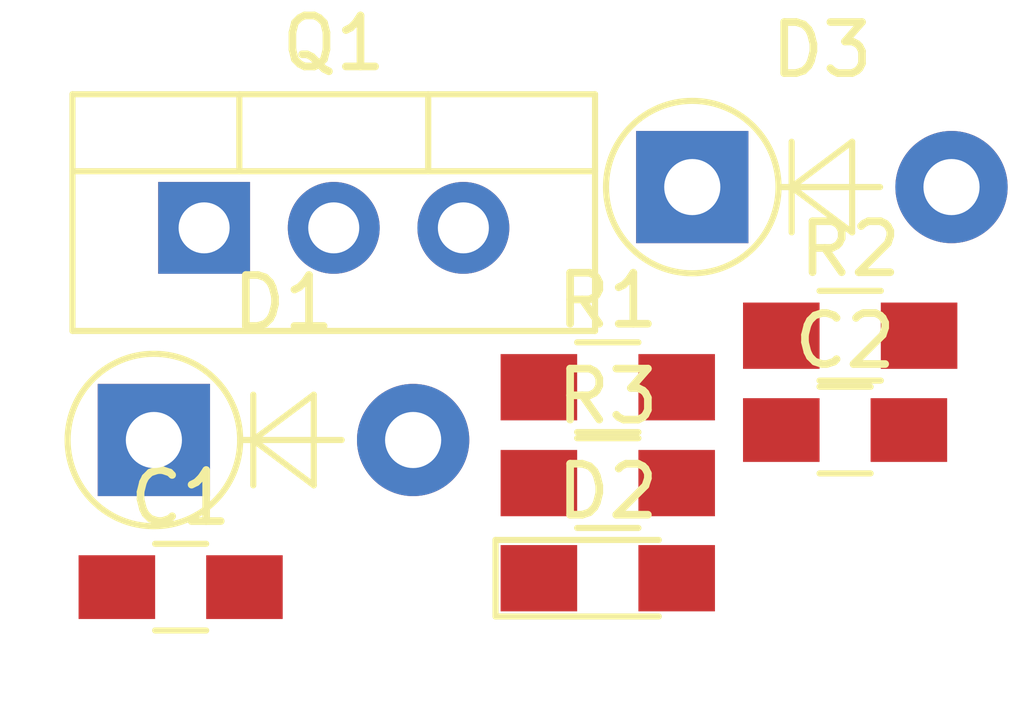
<source format=kicad_pcb>
(kicad_pcb (version 20171130) (host pcbnew 5.0.2-bee76a0~70~ubuntu16.04.1)

  (general
    (thickness 1.6)
    (drawings 0)
    (tracks 0)
    (zones 0)
    (modules 9)
    (nets 8)
  )

  (page A4)
  (layers
    (0 F.Cu signal)
    (31 B.Cu signal)
    (32 B.Adhes user)
    (33 F.Adhes user)
    (34 B.Paste user)
    (35 F.Paste user)
    (36 B.SilkS user)
    (37 F.SilkS user)
    (38 B.Mask user)
    (39 F.Mask user)
    (40 Dwgs.User user)
    (41 Cmts.User user)
    (42 Eco1.User user)
    (43 Eco2.User user)
    (44 Edge.Cuts user)
    (45 Margin user)
    (46 B.CrtYd user)
    (47 F.CrtYd user)
    (48 B.Fab user)
    (49 F.Fab user)
  )

  (setup
    (last_trace_width 0.25)
    (trace_clearance 0.2)
    (zone_clearance 0.508)
    (zone_45_only no)
    (trace_min 0.2)
    (segment_width 0.2)
    (edge_width 0.15)
    (via_size 0.8)
    (via_drill 0.4)
    (via_min_size 0.4)
    (via_min_drill 0.3)
    (uvia_size 0.3)
    (uvia_drill 0.1)
    (uvias_allowed no)
    (uvia_min_size 0.2)
    (uvia_min_drill 0.1)
    (pcb_text_width 0.3)
    (pcb_text_size 1.5 1.5)
    (mod_edge_width 0.15)
    (mod_text_size 1 1)
    (mod_text_width 0.15)
    (pad_size 1.524 1.524)
    (pad_drill 0.762)
    (pad_to_mask_clearance 0.051)
    (solder_mask_min_width 0.25)
    (aux_axis_origin 0 0)
    (visible_elements FFFFFF7F)
    (pcbplotparams
      (layerselection 0x010fc_ffffffff)
      (usegerberextensions false)
      (usegerberattributes false)
      (usegerberadvancedattributes false)
      (creategerberjobfile false)
      (excludeedgelayer true)
      (linewidth 0.100000)
      (plotframeref false)
      (viasonmask false)
      (mode 1)
      (useauxorigin false)
      (hpglpennumber 1)
      (hpglpenspeed 20)
      (hpglpendiameter 15.000000)
      (psnegative false)
      (psa4output false)
      (plotreference true)
      (plotvalue true)
      (plotinvisibletext false)
      (padsonsilk false)
      (subtractmaskfromsilk false)
      (outputformat 1)
      (mirror false)
      (drillshape 1)
      (scaleselection 1)
      (outputdirectory ""))
  )

  (net 0 "")
  (net 1 /+24V)
  (net 2 "Net-(D2-Pad2)")
  (net 3 "Net-(C1-Pad2)")
  (net 4 /In)
  (net 5 /gnd)
  (net 6 "Net-(D2-Pad1)")
  (net 7 /Relay_Ctl)

  (net_class Default "This is the default net class."
    (clearance 0.2)
    (trace_width 0.25)
    (via_dia 0.8)
    (via_drill 0.4)
    (uvia_dia 0.3)
    (uvia_drill 0.1)
    (add_net /+24V)
    (add_net /In)
    (add_net /Relay_Ctl)
    (add_net /gnd)
    (add_net "Net-(C1-Pad2)")
    (add_net "Net-(D2-Pad1)")
    (add_net "Net-(D2-Pad2)")
  )

  (module Capacitors_SMD:C_0805_HandSoldering (layer F.Cu) (tedit 58AA84A8) (tstamp 5C0EFA9C)
    (at 61.441721 43.509041)
    (descr "Capacitor SMD 0805, hand soldering")
    (tags "capacitor 0805")
    (path /5C0EFE1A)
    (attr smd)
    (fp_text reference C2 (at 0 -1.75) (layer F.SilkS)
      (effects (font (size 1 1) (thickness 0.15)))
    )
    (fp_text value "1uF 50V" (at 0 1.75) (layer F.Fab)
      (effects (font (size 1 1) (thickness 0.15)))
    )
    (fp_text user %R (at 0 -1.75) (layer F.Fab)
      (effects (font (size 1 1) (thickness 0.15)))
    )
    (fp_line (start -1 0.62) (end -1 -0.62) (layer F.Fab) (width 0.1))
    (fp_line (start 1 0.62) (end -1 0.62) (layer F.Fab) (width 0.1))
    (fp_line (start 1 -0.62) (end 1 0.62) (layer F.Fab) (width 0.1))
    (fp_line (start -1 -0.62) (end 1 -0.62) (layer F.Fab) (width 0.1))
    (fp_line (start 0.5 -0.85) (end -0.5 -0.85) (layer F.SilkS) (width 0.12))
    (fp_line (start -0.5 0.85) (end 0.5 0.85) (layer F.SilkS) (width 0.12))
    (fp_line (start -2.25 -0.88) (end 2.25 -0.88) (layer F.CrtYd) (width 0.05))
    (fp_line (start -2.25 -0.88) (end -2.25 0.87) (layer F.CrtYd) (width 0.05))
    (fp_line (start 2.25 0.87) (end 2.25 -0.88) (layer F.CrtYd) (width 0.05))
    (fp_line (start 2.25 0.87) (end -2.25 0.87) (layer F.CrtYd) (width 0.05))
    (pad 1 smd rect (at -1.25 0) (size 1.5 1.25) (layers F.Cu F.Paste F.Mask)
      (net 1 /+24V))
    (pad 2 smd rect (at 1.25 0) (size 1.5 1.25) (layers F.Cu F.Paste F.Mask)
      (net 5 /gnd))
    (model Capacitors_SMD.3dshapes/C_0805.wrl
      (at (xyz 0 0 0))
      (scale (xyz 1 1 1))
      (rotate (xyz 0 0 0))
    )
  )

  (module Capacitors_SMD:C_0805_HandSoldering (layer F.Cu) (tedit 58AA84A8) (tstamp 5C0EFA8B)
    (at 48.421721 46.589041)
    (descr "Capacitor SMD 0805, hand soldering")
    (tags "capacitor 0805")
    (path /5C02A3CA)
    (attr smd)
    (fp_text reference C1 (at 0 -1.75) (layer F.SilkS)
      (effects (font (size 1 1) (thickness 0.15)))
    )
    (fp_text value 10nF (at 0 1.75) (layer F.Fab)
      (effects (font (size 1 1) (thickness 0.15)))
    )
    (fp_line (start 2.25 0.87) (end -2.25 0.87) (layer F.CrtYd) (width 0.05))
    (fp_line (start 2.25 0.87) (end 2.25 -0.88) (layer F.CrtYd) (width 0.05))
    (fp_line (start -2.25 -0.88) (end -2.25 0.87) (layer F.CrtYd) (width 0.05))
    (fp_line (start -2.25 -0.88) (end 2.25 -0.88) (layer F.CrtYd) (width 0.05))
    (fp_line (start -0.5 0.85) (end 0.5 0.85) (layer F.SilkS) (width 0.12))
    (fp_line (start 0.5 -0.85) (end -0.5 -0.85) (layer F.SilkS) (width 0.12))
    (fp_line (start -1 -0.62) (end 1 -0.62) (layer F.Fab) (width 0.1))
    (fp_line (start 1 -0.62) (end 1 0.62) (layer F.Fab) (width 0.1))
    (fp_line (start 1 0.62) (end -1 0.62) (layer F.Fab) (width 0.1))
    (fp_line (start -1 0.62) (end -1 -0.62) (layer F.Fab) (width 0.1))
    (fp_text user %R (at 0 -1.75) (layer F.Fab)
      (effects (font (size 1 1) (thickness 0.15)))
    )
    (pad 2 smd rect (at 1.25 0) (size 1.5 1.25) (layers F.Cu F.Paste F.Mask)
      (net 3 "Net-(C1-Pad2)"))
    (pad 1 smd rect (at -1.25 0) (size 1.5 1.25) (layers F.Cu F.Paste F.Mask)
      (net 1 /+24V))
    (model Capacitors_SMD.3dshapes/C_0805.wrl
      (at (xyz 0 0 0))
      (scale (xyz 1 1 1))
      (rotate (xyz 0 0 0))
    )
  )

  (module Diodes_THT:D_DO-41_SOD81_P5.08mm_Vertical_AnodeUp (layer F.Cu) (tedit 5921392F) (tstamp 5C0EFA7A)
    (at 58.447356 38.744041)
    (descr "D, DO-41_SOD81 series, Axial, Vertical, pin pitch=5.08mm, , length*diameter=5.2*2.7mm^2, , http://www.diodes.com/_files/packages/DO-41%20(Plastic).pdf")
    (tags "D DO-41_SOD81 series Axial Vertical pin pitch 5.08mm  length 5.2mm diameter 2.7mm")
    (path /5C0EF074)
    (fp_text reference D3 (at 2.54 -2.690635) (layer F.SilkS)
      (effects (font (size 1 1) (thickness 0.15)))
    )
    (fp_text value UF4007 (at 2.54 2.690635) (layer F.Fab)
      (effects (font (size 1 1) (thickness 0.15)))
    )
    (fp_text user K (at -2.390635 0) (layer F.Fab)
      (effects (font (size 1 1) (thickness 0.15)))
    )
    (fp_text user %R (at 2.54 0) (layer F.Fab)
      (effects (font (size 1 1) (thickness 0.15)))
    )
    (fp_line (start 0 0) (end 5.08 0) (layer F.Fab) (width 0.1))
    (fp_line (start 1.690635 0) (end 3.68 0) (layer F.SilkS) (width 0.12))
    (fp_line (start 1.947333 -0.889) (end 1.947333 0.889) (layer F.SilkS) (width 0.12))
    (fp_line (start 1.947333 0) (end 3.132667 -0.889) (layer F.SilkS) (width 0.12))
    (fp_line (start 3.132667 -0.889) (end 3.132667 0.889) (layer F.SilkS) (width 0.12))
    (fp_line (start 3.132667 0.889) (end 1.947333 0) (layer F.SilkS) (width 0.12))
    (fp_line (start -1.7 -1.95) (end -1.7 1.95) (layer F.CrtYd) (width 0.05))
    (fp_line (start -1.7 1.95) (end 6.5 1.95) (layer F.CrtYd) (width 0.05))
    (fp_line (start 6.5 1.95) (end 6.5 -1.95) (layer F.CrtYd) (width 0.05))
    (fp_line (start 6.5 -1.95) (end -1.7 -1.95) (layer F.CrtYd) (width 0.05))
    (fp_circle (center 0 0) (end 1.35 0) (layer F.Fab) (width 0.1))
    (fp_circle (center 0 0) (end 1.690635 0) (layer F.SilkS) (width 0.12))
    (pad 1 thru_hole rect (at 0 0) (size 2.2 2.2) (drill 1.1) (layers *.Cu *.Mask)
      (net 2 "Net-(D2-Pad2)"))
    (pad 2 thru_hole oval (at 5.08 0) (size 2.2 2.2) (drill 1.1) (layers *.Cu *.Mask)
      (net 7 /Relay_Ctl))
    (model ${KISYS3DMOD}/Diodes_THT.3dshapes/D_DO-41_SOD81_P5.08mm_Vertical_AnodeUp.wrl
      (at (xyz 0 0 0))
      (scale (xyz 0.393701 0.393701 0.393701))
      (rotate (xyz 0 0 0))
    )
  )

  (module Diodes_THT:D_DO-41_SOD81_P5.08mm_Vertical_AnodeUp (layer F.Cu) (tedit 5921392F) (tstamp 5C0EFA66)
    (at 47.897356 43.704041)
    (descr "D, DO-41_SOD81 series, Axial, Vertical, pin pitch=5.08mm, , length*diameter=5.2*2.7mm^2, , http://www.diodes.com/_files/packages/DO-41%20(Plastic).pdf")
    (tags "D DO-41_SOD81 series Axial Vertical pin pitch 5.08mm  length 5.2mm diameter 2.7mm")
    (path /5C02A910)
    (fp_text reference D1 (at 2.54 -2.690635) (layer F.SilkS)
      (effects (font (size 1 1) (thickness 0.15)))
    )
    (fp_text value BZX85_C12 (at 2.54 2.690635) (layer F.Fab)
      (effects (font (size 1 1) (thickness 0.15)))
    )
    (fp_circle (center 0 0) (end 1.690635 0) (layer F.SilkS) (width 0.12))
    (fp_circle (center 0 0) (end 1.35 0) (layer F.Fab) (width 0.1))
    (fp_line (start 6.5 -1.95) (end -1.7 -1.95) (layer F.CrtYd) (width 0.05))
    (fp_line (start 6.5 1.95) (end 6.5 -1.95) (layer F.CrtYd) (width 0.05))
    (fp_line (start -1.7 1.95) (end 6.5 1.95) (layer F.CrtYd) (width 0.05))
    (fp_line (start -1.7 -1.95) (end -1.7 1.95) (layer F.CrtYd) (width 0.05))
    (fp_line (start 3.132667 0.889) (end 1.947333 0) (layer F.SilkS) (width 0.12))
    (fp_line (start 3.132667 -0.889) (end 3.132667 0.889) (layer F.SilkS) (width 0.12))
    (fp_line (start 1.947333 0) (end 3.132667 -0.889) (layer F.SilkS) (width 0.12))
    (fp_line (start 1.947333 -0.889) (end 1.947333 0.889) (layer F.SilkS) (width 0.12))
    (fp_line (start 1.690635 0) (end 3.68 0) (layer F.SilkS) (width 0.12))
    (fp_line (start 0 0) (end 5.08 0) (layer F.Fab) (width 0.1))
    (fp_text user %R (at 2.54 0) (layer F.Fab)
      (effects (font (size 1 1) (thickness 0.15)))
    )
    (fp_text user K (at -2.390635 0) (layer F.Fab)
      (effects (font (size 1 1) (thickness 0.15)))
    )
    (pad 2 thru_hole oval (at 5.08 0) (size 2.2 2.2) (drill 1.1) (layers *.Cu *.Mask)
      (net 1 /+24V))
    (pad 1 thru_hole rect (at 0 0) (size 2.2 2.2) (drill 1.1) (layers *.Cu *.Mask)
      (net 3 "Net-(C1-Pad2)"))
    (model ${KISYS3DMOD}/Diodes_THT.3dshapes/D_DO-41_SOD81_P5.08mm_Vertical_AnodeUp.wrl
      (at (xyz 0 0 0))
      (scale (xyz 0.393701 0.393701 0.393701))
      (rotate (xyz 0 0 0))
    )
  )

  (module LEDs:LED_0805_HandSoldering (layer F.Cu) (tedit 595FCA25) (tstamp 5C0EFA52)
    (at 56.791721 46.414041)
    (descr "Resistor SMD 0805, hand soldering")
    (tags "resistor 0805")
    (path /5C0EF3AD)
    (attr smd)
    (fp_text reference D2 (at 0 -1.7) (layer F.SilkS)
      (effects (font (size 1 1) (thickness 0.15)))
    )
    (fp_text value green (at 0 1.75) (layer F.Fab)
      (effects (font (size 1 1) (thickness 0.15)))
    )
    (fp_line (start -2.2 -0.75) (end -2.2 0.75) (layer F.SilkS) (width 0.12))
    (fp_line (start 2.35 0.9) (end -2.35 0.9) (layer F.CrtYd) (width 0.05))
    (fp_line (start 2.35 0.9) (end 2.35 -0.9) (layer F.CrtYd) (width 0.05))
    (fp_line (start -2.35 -0.9) (end -2.35 0.9) (layer F.CrtYd) (width 0.05))
    (fp_line (start -2.35 -0.9) (end 2.35 -0.9) (layer F.CrtYd) (width 0.05))
    (fp_line (start -2.2 -0.75) (end 1 -0.75) (layer F.SilkS) (width 0.12))
    (fp_line (start 1 0.75) (end -2.2 0.75) (layer F.SilkS) (width 0.12))
    (fp_line (start -1 -0.62) (end 1 -0.62) (layer F.Fab) (width 0.1))
    (fp_line (start 1 -0.62) (end 1 0.62) (layer F.Fab) (width 0.1))
    (fp_line (start 1 0.62) (end -1 0.62) (layer F.Fab) (width 0.1))
    (fp_line (start -1 0.62) (end -1 -0.62) (layer F.Fab) (width 0.1))
    (fp_line (start 0.2 -0.4) (end 0.2 0.4) (layer F.Fab) (width 0.1))
    (fp_line (start 0.2 0.4) (end -0.4 0) (layer F.Fab) (width 0.1))
    (fp_line (start -0.4 0) (end 0.2 -0.4) (layer F.Fab) (width 0.1))
    (fp_line (start -0.4 -0.4) (end -0.4 0.4) (layer F.Fab) (width 0.1))
    (pad 2 smd rect (at 1.35 0) (size 1.5 1.3) (layers F.Cu F.Paste F.Mask)
      (net 2 "Net-(D2-Pad2)"))
    (pad 1 smd rect (at -1.35 0) (size 1.5 1.3) (layers F.Cu F.Paste F.Mask)
      (net 6 "Net-(D2-Pad1)"))
    (model ${KISYS3DMOD}/LEDs.3dshapes/LED_0805.wrl
      (at (xyz 0 0 0))
      (scale (xyz 1 1 1))
      (rotate (xyz 0 0 0))
    )
  )

  (module Resistors_SMD:R_0805_HandSoldering (layer F.Cu) (tedit 58E0A804) (tstamp 5C0EFA3D)
    (at 56.791721 44.549041)
    (descr "Resistor SMD 0805, hand soldering")
    (tags "resistor 0805")
    (path /5C0EF5C4)
    (attr smd)
    (fp_text reference R3 (at 0 -1.7) (layer F.SilkS)
      (effects (font (size 1 1) (thickness 0.15)))
    )
    (fp_text value 5k1 (at 0 1.75) (layer F.Fab)
      (effects (font (size 1 1) (thickness 0.15)))
    )
    (fp_line (start 2.35 0.9) (end -2.35 0.9) (layer F.CrtYd) (width 0.05))
    (fp_line (start 2.35 0.9) (end 2.35 -0.9) (layer F.CrtYd) (width 0.05))
    (fp_line (start -2.35 -0.9) (end -2.35 0.9) (layer F.CrtYd) (width 0.05))
    (fp_line (start -2.35 -0.9) (end 2.35 -0.9) (layer F.CrtYd) (width 0.05))
    (fp_line (start -0.6 -0.88) (end 0.6 -0.88) (layer F.SilkS) (width 0.12))
    (fp_line (start 0.6 0.88) (end -0.6 0.88) (layer F.SilkS) (width 0.12))
    (fp_line (start -1 -0.62) (end 1 -0.62) (layer F.Fab) (width 0.1))
    (fp_line (start 1 -0.62) (end 1 0.62) (layer F.Fab) (width 0.1))
    (fp_line (start 1 0.62) (end -1 0.62) (layer F.Fab) (width 0.1))
    (fp_line (start -1 0.62) (end -1 -0.62) (layer F.Fab) (width 0.1))
    (fp_text user %R (at 0 0) (layer F.Fab)
      (effects (font (size 0.5 0.5) (thickness 0.075)))
    )
    (pad 2 smd rect (at 1.35 0) (size 1.5 1.3) (layers F.Cu F.Paste F.Mask)
      (net 5 /gnd))
    (pad 1 smd rect (at -1.35 0) (size 1.5 1.3) (layers F.Cu F.Paste F.Mask)
      (net 6 "Net-(D2-Pad1)"))
    (model ${KISYS3DMOD}/Resistors_SMD.3dshapes/R_0805.wrl
      (at (xyz 0 0 0))
      (scale (xyz 1 1 1))
      (rotate (xyz 0 0 0))
    )
  )

  (module Resistors_SMD:R_0805_HandSoldering (layer F.Cu) (tedit 58E0A804) (tstamp 5C0EFA2C)
    (at 61.541721 41.659041)
    (descr "Resistor SMD 0805, hand soldering")
    (tags "resistor 0805")
    (path /5C02A2A6)
    (attr smd)
    (fp_text reference R2 (at 0 -1.7) (layer F.SilkS)
      (effects (font (size 1 1) (thickness 0.15)))
    )
    (fp_text value 10K (at 0 1.75) (layer F.Fab)
      (effects (font (size 1 1) (thickness 0.15)))
    )
    (fp_text user %R (at 0 0) (layer F.Fab)
      (effects (font (size 0.5 0.5) (thickness 0.075)))
    )
    (fp_line (start -1 0.62) (end -1 -0.62) (layer F.Fab) (width 0.1))
    (fp_line (start 1 0.62) (end -1 0.62) (layer F.Fab) (width 0.1))
    (fp_line (start 1 -0.62) (end 1 0.62) (layer F.Fab) (width 0.1))
    (fp_line (start -1 -0.62) (end 1 -0.62) (layer F.Fab) (width 0.1))
    (fp_line (start 0.6 0.88) (end -0.6 0.88) (layer F.SilkS) (width 0.12))
    (fp_line (start -0.6 -0.88) (end 0.6 -0.88) (layer F.SilkS) (width 0.12))
    (fp_line (start -2.35 -0.9) (end 2.35 -0.9) (layer F.CrtYd) (width 0.05))
    (fp_line (start -2.35 -0.9) (end -2.35 0.9) (layer F.CrtYd) (width 0.05))
    (fp_line (start 2.35 0.9) (end 2.35 -0.9) (layer F.CrtYd) (width 0.05))
    (fp_line (start 2.35 0.9) (end -2.35 0.9) (layer F.CrtYd) (width 0.05))
    (pad 1 smd rect (at -1.35 0) (size 1.5 1.3) (layers F.Cu F.Paste F.Mask)
      (net 1 /+24V))
    (pad 2 smd rect (at 1.35 0) (size 1.5 1.3) (layers F.Cu F.Paste F.Mask)
      (net 3 "Net-(C1-Pad2)"))
    (model ${KISYS3DMOD}/Resistors_SMD.3dshapes/R_0805.wrl
      (at (xyz 0 0 0))
      (scale (xyz 1 1 1))
      (rotate (xyz 0 0 0))
    )
  )

  (module Resistors_SMD:R_0805_HandSoldering (layer F.Cu) (tedit 58E0A804) (tstamp 5C0EFA1B)
    (at 56.791721 42.669041)
    (descr "Resistor SMD 0805, hand soldering")
    (tags "resistor 0805")
    (path /5C02A204)
    (attr smd)
    (fp_text reference R1 (at 0 -1.7) (layer F.SilkS)
      (effects (font (size 1 1) (thickness 0.15)))
    )
    (fp_text value 10K (at 0 1.75) (layer F.Fab)
      (effects (font (size 1 1) (thickness 0.15)))
    )
    (fp_line (start 2.35 0.9) (end -2.35 0.9) (layer F.CrtYd) (width 0.05))
    (fp_line (start 2.35 0.9) (end 2.35 -0.9) (layer F.CrtYd) (width 0.05))
    (fp_line (start -2.35 -0.9) (end -2.35 0.9) (layer F.CrtYd) (width 0.05))
    (fp_line (start -2.35 -0.9) (end 2.35 -0.9) (layer F.CrtYd) (width 0.05))
    (fp_line (start -0.6 -0.88) (end 0.6 -0.88) (layer F.SilkS) (width 0.12))
    (fp_line (start 0.6 0.88) (end -0.6 0.88) (layer F.SilkS) (width 0.12))
    (fp_line (start -1 -0.62) (end 1 -0.62) (layer F.Fab) (width 0.1))
    (fp_line (start 1 -0.62) (end 1 0.62) (layer F.Fab) (width 0.1))
    (fp_line (start 1 0.62) (end -1 0.62) (layer F.Fab) (width 0.1))
    (fp_line (start -1 0.62) (end -1 -0.62) (layer F.Fab) (width 0.1))
    (fp_text user %R (at 0 0) (layer F.Fab)
      (effects (font (size 0.5 0.5) (thickness 0.075)))
    )
    (pad 2 smd rect (at 1.35 0) (size 1.5 1.3) (layers F.Cu F.Paste F.Mask)
      (net 4 /In))
    (pad 1 smd rect (at -1.35 0) (size 1.5 1.3) (layers F.Cu F.Paste F.Mask)
      (net 3 "Net-(C1-Pad2)"))
    (model ${KISYS3DMOD}/Resistors_SMD.3dshapes/R_0805.wrl
      (at (xyz 0 0 0))
      (scale (xyz 1 1 1))
      (rotate (xyz 0 0 0))
    )
  )

  (module TO_SOT_Packages_THT:TO-220-3_Vertical (layer F.Cu) (tedit 58CE52AD) (tstamp 5C0EFA0A)
    (at 48.881721 39.544041)
    (descr "TO-220-3, Vertical, RM 2.54mm")
    (tags "TO-220-3 Vertical RM 2.54mm")
    (path /5C02A0F2)
    (fp_text reference Q1 (at 2.54 -3.62) (layer F.SilkS)
      (effects (font (size 1 1) (thickness 0.15)))
    )
    (fp_text value IRF9Z24N (at 2.54 3.92) (layer F.Fab)
      (effects (font (size 1 1) (thickness 0.15)))
    )
    (fp_line (start 7.79 -2.75) (end -2.71 -2.75) (layer F.CrtYd) (width 0.05))
    (fp_line (start 7.79 2.16) (end 7.79 -2.75) (layer F.CrtYd) (width 0.05))
    (fp_line (start -2.71 2.16) (end 7.79 2.16) (layer F.CrtYd) (width 0.05))
    (fp_line (start -2.71 -2.75) (end -2.71 2.16) (layer F.CrtYd) (width 0.05))
    (fp_line (start 4.391 -2.62) (end 4.391 -1.11) (layer F.SilkS) (width 0.12))
    (fp_line (start 0.69 -2.62) (end 0.69 -1.11) (layer F.SilkS) (width 0.12))
    (fp_line (start -2.58 -1.11) (end 7.66 -1.11) (layer F.SilkS) (width 0.12))
    (fp_line (start 7.66 -2.62) (end 7.66 2.021) (layer F.SilkS) (width 0.12))
    (fp_line (start -2.58 -2.62) (end -2.58 2.021) (layer F.SilkS) (width 0.12))
    (fp_line (start -2.58 2.021) (end 7.66 2.021) (layer F.SilkS) (width 0.12))
    (fp_line (start -2.58 -2.62) (end 7.66 -2.62) (layer F.SilkS) (width 0.12))
    (fp_line (start 4.39 -2.5) (end 4.39 -1.23) (layer F.Fab) (width 0.1))
    (fp_line (start 0.69 -2.5) (end 0.69 -1.23) (layer F.Fab) (width 0.1))
    (fp_line (start -2.46 -1.23) (end 7.54 -1.23) (layer F.Fab) (width 0.1))
    (fp_line (start 7.54 -2.5) (end -2.46 -2.5) (layer F.Fab) (width 0.1))
    (fp_line (start 7.54 1.9) (end 7.54 -2.5) (layer F.Fab) (width 0.1))
    (fp_line (start -2.46 1.9) (end 7.54 1.9) (layer F.Fab) (width 0.1))
    (fp_line (start -2.46 -2.5) (end -2.46 1.9) (layer F.Fab) (width 0.1))
    (fp_text user %R (at 2.54 -3.62) (layer F.Fab)
      (effects (font (size 1 1) (thickness 0.15)))
    )
    (pad 3 thru_hole oval (at 5.08 0) (size 1.8 1.8) (drill 1) (layers *.Cu *.Mask)
      (net 1 /+24V))
    (pad 2 thru_hole oval (at 2.54 0) (size 1.8 1.8) (drill 1) (layers *.Cu *.Mask)
      (net 2 "Net-(D2-Pad2)"))
    (pad 1 thru_hole rect (at 0 0) (size 1.8 1.8) (drill 1) (layers *.Cu *.Mask)
      (net 3 "Net-(C1-Pad2)"))
    (model ${KISYS3DMOD}/TO_SOT_Packages_THT.3dshapes/TO-220-3_Vertical.wrl
      (offset (xyz 2.539999961853027 0 0))
      (scale (xyz 0.393701 0.393701 0.393701))
      (rotate (xyz 0 0 0))
    )
  )

)

</source>
